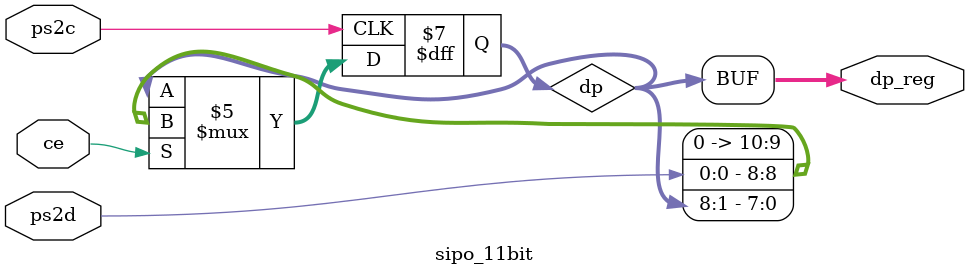
<source format=sv>
`timescale 1ns / 1ps


module sipo_11bit(
input ps2c,
input ps2d,
input ce,
output [10:0] dp_reg
    );
    logic [10:0] dp = 'b0;
 always_ff @ (negedge ps2c)
 begin 
 if(!ce)
  dp <= dp;
 else
  dp <= {ps2d,dp[8:1]};
 end
 
 assign dp_reg = dp;
endmodule

</source>
